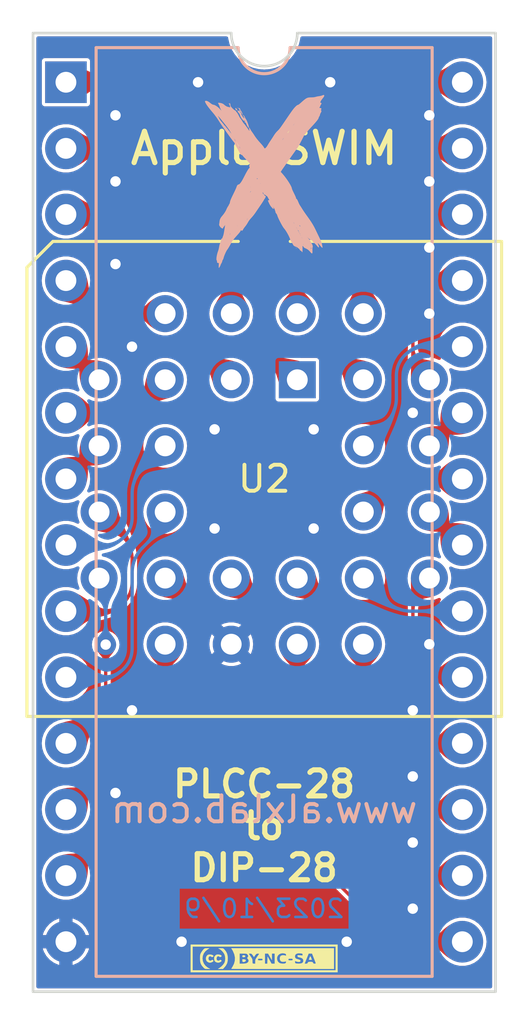
<source format=kicad_pcb>
(kicad_pcb (version 20211014) (generator pcbnew)
  (layers (0 "F.Cu" signal) (31 "B.Cu" signal) (34 "B.Paste" user) (35 "F.Paste" user) (36 "B.SilkS" user "B.Silkscreen") (37 "F.SilkS" user "F.Silkscreen") (38 "B.Mask" user) (39 "F.Mask" user) (44 "Edge.Cuts" user))
  (net 0 "")
  (net 1 "/PHASE_0")
  (net 2 "/PAHSE_2")
  (net 3 "/A0")
  (net 4 "/A1")
  (net 5 "/A2")
  (net 6 "/A3")
  (net 7 "/~{DEV}")
  (net 8 "/WRDATA")
  (net 9 "/~{WRREQ}")
  (net 10 "/D0")
  (net 11 "/D1")
  (net 12 "/D2")
  (net 13 "/D3")
  (net 14 "/GND")
  (net 15 "/D4")
  (net 16 "/D5")
  (net 17 "/D6")
  (net 18 "/D7")
  (net 19 "/~{ENBL2}")
  (net 20 "/~{ENBL1}")
  (net 21 "/SENSE")
  (net 22 "/RDDATE")
  (net 23 "/~{RESET}")
  (net 24 "/FCLK")
  (net 25 "/Q3{slash}HDSEL")
  (net 26 "/VCC")
  (net 27 "/PHASE_3")
  (net 28 "/PHASE_1")
  (footprint "alxlab:DIP-28_W15.24mm_Lead-Frame_SHP-001" (layer "F.Cu") (at 125.755 79.945)
    (fp_text reference "U1" hide)
    (fp_text value "Apple_SWIM_DIP-28")
  )
  (footprint "alxlab:logo_7_back" (layer "F.Cu") (at 133.384433 82.693868)
    (fp_text reference "G***" hide)
    (fp_text value "LOGO" hide)
  )
  (footprint "alxlab:cc_by_nc_sa_small_front_silk_screen" (layer "F.Cu") (at 133.375 113.6)
    (fp_text reference "G***" hide)
    (fp_text value "LOGO" hide)
  )
  (footprint "Package_LCC:PLCC-28_THT-Socket" (layer "F.Cu") (at 134.65 91.375)
    (fp_text reference "U2")
    (fp_text value "Apple_SWIM_PLCC-28")
  )
  (gr_line (start 124.49 114.885) (end 124.49 78.055) (layer "Edge.Cuts") (width 0.1))
  (gr_arc (start 134.65 78.055) (mid 133.38 79.325) (end 132.11 78.055) (layer "Edge.Cuts") (width 0.1))
  (gr_line (start 142.27 78.055) (end 142.27 114.885) (layer "Edge.Cuts") (width 0.1))
  (gr_line (start 134.65 78.055) (end 142.27 78.055) (layer "Edge.Cuts") (width 0.1))
  (gr_line (start 142.27 114.885) (end 124.49 114.885) (layer "Edge.Cuts") (width 0.1))
  (gr_line (start 124.49 78.055) (end 132.11 78.055) (layer "Edge.Cuts") (width 0.1))
  (gr_text "2023/10/9" (at 133.375 111.695) (layer "B.Cu") (effects (font (size 0.7 0.7) (thickness 0.1)) (justify mirror)))
  (gr_text "www.alxlab.com" (at 133.375 107.885) (layer "B.SilkS") (effects (font (size 1 1)) (justify mirror)))
  (gr_text "Apple SWIM" (at 133.375 82.485) (layer "F.SilkS") (effects (font (size 1.2 1.2) (thickness 0.2))))
  (gr_text "PLCC-28\nto\nDIP-28" (at 133.375 108.52) (layer "F.SilkS") (effects (font (size 1 1) (thickness 0.2))))
  (segment (start 134.6425 91.375) (end 134.65 91.375) (width 0.127) (layer "F.Cu") (net 1))
  (segment (start 133.38 86.22849) (end 133.38 89.556509) (width 0.127) (layer "F.Cu") (net 1))
  (segment (start 128.058448 80.343448) (end 132.981551 85.266551) (width 0.127) (layer "F.Cu") (net 1))
  (segment (start 127.096509 79.945) (end 125.755 79.945) (width 0.127) (layer "F.Cu") (net 1))
  (segment (start 134.629696 91.369696) (end 133.778448 90.518448) (width 0.127) (layer "F.Cu") (net 1))
  (arc (start 128.058448 80.343448) (mid 127.617106 80.048553) (end 127.096509 79.945) (width 0.127) (layer "F.Cu") (net 1))
  (arc (start 133.38 89.556509) (mid 133.483553 90.077106) (end 133.778448 90.518448) (width 0.127) (layer "F.Cu") (net 1))
  (arc (start 132.981551 85.266551) (mid 133.276446 85.707892) (end 133.38 86.22849) (width 0.127) (layer "F.Cu") (net 1))
  (arc (start 134.629696 91.369696) (mid 134.63557 91.373621) (end 134.6425 91.375) (width 0.127) (layer "F.Cu") (net 1))
  (segment (start 131.711551 86.546551) (end 128.048448 82.883448) (width 0.127) (layer "F.Cu") (net 2))
  (segment (start 132.11 87.50849) (end 132.11 88.835) (width 0.127) (layer "F.Cu") (net 2))
  (segment (start 127.086509 82.485) (end 125.755 82.485) (width 0.127) (layer "F.Cu") (net 2))
  (arc (start 128.048448 82.883448) (mid 127.607106 82.588553) (end 127.086509 82.485) (width 0.127) (layer "F.Cu") (net 2))
  (arc (start 131.711551 86.546551) (mid 132.006446 86.987892) (end 132.11 87.50849) (width 0.127) (layer "F.Cu") (net 2))
  (segment (start 131.238448 90.503448) (end 132.11 91.375) (width 0.127) (layer "F.Cu") (net 3))
  (segment (start 128.048448 85.423448) (end 130.441551 87.816551) (width 0.127) (layer "F.Cu") (net 3))
  (segment (start 130.84 89.541509) (end 130.84 88.77849) (width 0.127) (layer "F.Cu") (net 3))
  (segment (start 127.086509 85.025) (end 125.755 85.025) (width 0.127) (layer "F.Cu") (net 3))
  (arc (start 130.84 89.541509) (mid 130.943553 90.062106) (end 131.238448 90.503448) (width 0.127) (layer "F.Cu") (net 3))
  (arc (start 130.441551 87.816551) (mid 130.736446 88.257892) (end 130.84 88.77849) (width 0.127) (layer "F.Cu") (net 3))
  (arc (start 128.048448 85.423448) (mid 127.607106 85.128553) (end 127.086509 85.025) (width 0.127) (layer "F.Cu") (net 3))
  (segment (start 127.58849 88.835) (end 129.57 88.835) (width 0.127) (layer "F.Cu") (net 4))
  (segment (start 126.626551 88.436551) (end 125.755 87.565) (width 0.127) (layer "F.Cu") (net 4))
  (arc (start 126.626551 88.436551) (mid 127.067892 88.731446) (end 127.58849 88.835) (width 0.127) (layer "F.Cu") (net 4))
  (segment (start 127.023232 91.373232) (end 125.755 90.105) (width 0.127) (layer "F.Cu") (net 5))
  (segment (start 127.0275 91.375) (end 127.03 91.375) (width 0.127) (layer "F.Cu") (net 5))
  (arc (start 127.023232 91.373232) (mid 127.02519 91.37454) (end 127.0275 91.375) (width 0.127) (layer "F.Cu") (net 5))
  (segment (start 128.698448 92.246551) (end 129.57 91.375) (width 0.127) (layer "F.Cu") (net 6))
  (segment (start 127.736509 92.645) (end 125.755 92.645) (width 0.127) (layer "F.Cu") (net 6))
  (arc (start 128.698448 92.246551) (mid 128.257106 92.541446) (end 127.736509 92.645) (width 0.127) (layer "F.Cu") (net 6))
  (segment (start 127.0275 93.915) (end 127.03 93.915) (width 0.127) (layer "F.Cu") (net 7))
  (segment (start 127.023232 93.916767) (end 125.755 95.185) (width 0.127) (layer "F.Cu") (net 7))
  (arc (start 127.0275 93.915) (mid 127.02519 93.915459) (end 127.023232 93.916767) (width 0.127) (layer "F.Cu") (net 7))
  (segment (start 128.3 96.666593) (end 128.3 95.74849) (width 0.127) (layer "B.Cu") (net 8))
  (segment (start 127.241593 97.725) (end 125.755 97.725) (width 0.127) (layer "B.Cu") (net 8))
  (segment (start 128.698448 94.786551) (end 129.57 93.915) (width 0.127) (layer "B.Cu") (net 8))
  (arc (start 128.698448 94.786551) (mid 128.403553 95.227892) (end 128.3 95.74849) (width 0.127) (layer "B.Cu") (net 8))
  (arc (start 127.99 97.415) (mid 127.646628 97.644433) (end 127.241593 97.725) (width 0.127) (layer "B.Cu") (net 8))
  (arc (start 128.3 96.666593) (mid 128.219433 97.071628) (end 127.99 97.415) (width 0.127) (layer "B.Cu") (net 8))
  (segment (start 127.19038 100.265) (end 125.755 100.265) (width 0.127) (layer "F.Cu") (net 9))
  (segment (start 128.3 98.28849) (end 128.3 99.15538) (width 0.127) (layer "F.Cu") (net 9))
  (segment (start 127.901551 97.326551) (end 127.03 96.455) (width 0.127) (layer "F.Cu") (net 9))
  (arc (start 128.3 99.15538) (mid 128.215535 99.580013) (end 127.975 99.94) (width 0.127) (layer "F.Cu") (net 9))
  (arc (start 127.901551 97.326551) (mid 128.196446 97.767892) (end 128.3 98.28849) (width 0.127) (layer "F.Cu") (net 9))
  (arc (start 127.975 99.94) (mid 127.615013 100.180535) (end 127.19038 100.265) (width 0.127) (layer "F.Cu") (net 9))
  (segment (start 128.3 101.69538) (end 128.3 98.79149) (width 0.127) (layer "B.Cu") (net 10))
  (segment (start 127.19038 102.805) (end 125.755 102.805) (width 0.127) (layer "B.Cu") (net 10))
  (segment (start 129.392162 97.135837) (end 128.698448 97.829551) (width 0.127) (layer "B.Cu") (net 10))
  (segment (start 129.57 96.7065) (end 129.57 96.455) (width 0.127) (layer "B.Cu") (net 10))
  (arc (start 129.57 96.7065) (mid 129.523781 96.938855) (end 129.392162 97.135837) (width 0.127) (layer "B.Cu") (net 10))
  (arc (start 128.698448 97.829551) (mid 128.403553 98.270892) (end 128.3 98.79149) (width 0.127) (layer "B.Cu") (net 10))
  (arc (start 128.3 101.69538) (mid 128.215535 102.120013) (end 127.975 102.48) (width 0.127) (layer "B.Cu") (net 10))
  (arc (start 127.975 102.48) (mid 127.615013 102.720535) (end 127.19038 102.805) (width 0.127) (layer "B.Cu") (net 10))
  (segment (start 127.284 103.252509) (end 127.284 101.55) (width 0.127) (layer "F.Cu") (net 11))
  (segment (start 126.885551 104.214448) (end 125.755 105.345) (width 0.127) (layer "F.Cu") (net 11))
  (via (at 127.284 101.55) (size 0.8) (drill 0.4) (layers "F.Cu" "B.Cu") (net 11))
  (arc (start 127.284 103.252509) (mid 127.180446 103.773106) (end 126.885551 104.214448) (width 0.127) (layer "F.Cu") (net 11))
  (segment (start 127.157 99.122) (end 127.03 98.995) (width 0.127) (layer "B.Cu") (net 11))
  (segment (start 127.284 101.55) (end 127.284 99.428605) (width 0.127) (layer "B.Cu") (net 11))
  (arc (start 127.157 99.122) (mid 127.250993 99.262671) (end 127.284 99.428605) (width 0.127) (layer "B.Cu") (net 11))
  (segment (start 129.171551 104.468448) (end 125.755 107.885) (width 0.127) (layer "F.Cu") (net 12))
  (segment (start 129.57 103.506509) (end 129.57 101.535) (width 0.127) (layer "F.Cu") (net 12))
  (arc (start 129.57 103.506509) (mid 129.466446 104.027106) (end 129.171551 104.468448) (width 0.127) (layer "F.Cu") (net 12))
  (segment (start 130.441551 105.738448) (end 125.755 110.425) (width 0.127) (layer "F.Cu") (net 13))
  (segment (start 130.84 104.776509) (end 130.84 100.82849) (width 0.127) (layer "F.Cu") (net 13))
  (segment (start 130.441551 99.866551) (end 129.57 98.995) (width 0.127) (layer "F.Cu") (net 13))
  (arc (start 130.441551 99.866551) (mid 130.736446 100.307892) (end 130.84 100.82849) (width 0.127) (layer "F.Cu") (net 13))
  (arc (start 130.84 104.776509) (mid 130.736446 105.297106) (end 130.441551 105.738448) (width 0.127) (layer "F.Cu") (net 13))
  (via (at 135.28 97.09) (size 0.8) (drill 0.4) (layers "F.Cu" "B.Cu") (net 14))
  (via (at 130.835 79.945) (size 0.8) (drill 0.4) (layers "F.Cu" "B.Cu") (net 14))
  (via (at 139.09 109.155) (size 0.8) (drill 0.4) (layers "F.Cu" "B.Cu") (net 14))
  (via (at 128.295 90.105) (size 0.8) (drill 0.4) (layers "F.Cu" "B.Cu") (net 14))
  (via (at 127.66 107.25) (size 0.8) (drill 0.4) (layers "F.Cu" "B.Cu") (net 14))
  (via (at 130.2 112.965) (size 0.8) (drill 0.4) (layers "F.Cu" "B.Cu") (net 14))
  (via (at 127.66 83.755) (size 0.8) (drill 0.4) (layers "F.Cu" "B.Cu") (net 14))
  (via (at 139.725 88.835) (size 0.8) (drill 0.4) (layers "F.Cu" "B.Cu") (net 14))
  (via (at 131.47 93.28) (size 0.8) (drill 0.4) (layers "F.Cu" "B.Cu") (net 14))
  (via (at 135.915 79.945) (size 0.8) (drill 0.4) (layers "F.Cu" "B.Cu") (net 14))
  (via (at 128.295 104.075) (size 0.8) (drill 0.4) (layers "F.Cu" "B.Cu") (net 14))
  (via (at 131.47 97.09) (size 0.8) (drill 0.4) (layers "F.Cu" "B.Cu") (net 14))
  (via (at 135.28 93.28) (size 0.8) (drill 0.4) (layers "F.Cu" "B.Cu") (net 14))
  (via (at 139.725 86.295) (size 0.8) (drill 0.4) (layers "F.Cu" "B.Cu") (net 14))
  (via (at 139.09 106.615) (size 0.8) (drill 0.4) (layers "F.Cu" "B.Cu") (net 14))
  (via (at 139.725 81.215) (size 0.8) (drill 0.4) (layers "F.Cu" "B.Cu") (net 14))
  (via (at 139.725 101.535) (size 0.8) (drill 0.4) (layers "F.Cu" "B.Cu") (net 14))
  (via (at 136.55 112.965) (size 0.8) (drill 0.4) (layers "F.Cu" "B.Cu") (net 14))
  (via (at 127.66 81.215) (size 0.8) (drill 0.4) (layers "F.Cu" "B.Cu") (net 14))
  (via (at 139.725 83.755) (size 0.8) (drill 0.4) (layers "F.Cu" "B.Cu") (net 14))
  (via (at 139.09 92.645) (size 0.8) (drill 0.4) (layers "F.Cu" "B.Cu") (net 14))
  (via (at 139.09 104.075) (size 0.8) (drill 0.4) (layers "F.Cu" "B.Cu") (net 14))
  (via (at 139.09 111.695) (size 0.8) (drill 0.4) (layers "F.Cu" "B.Cu") (net 14))
  (via (at 127.66 86.93) (size 0.8) (drill 0.4) (layers "F.Cu" "B.Cu") (net 14))
  (segment (start 132.981551 99.866551) (end 132.11 98.995) (width 0.127) (layer "F.Cu") (net 15))
  (segment (start 133.38 107.336509) (end 133.38 100.82849) (width 0.127) (layer "F.Cu") (net 15))
  (segment (start 133.778448 108.298448) (end 138.046551 112.566551) (width 0.127) (layer "F.Cu") (net 15))
  (segment (start 139.00849 112.965) (end 140.995 112.965) (width 0.127) (layer "F.Cu") (net 15))
  (arc (start 133.38 107.336509) (mid 133.483553 107.857106) (end 133.778448 108.298448) (width 0.127) (layer "F.Cu") (net 15))
  (arc (start 132.981551 99.866551) (mid 133.276446 100.307892) (end 133.38 100.82849) (width 0.127) (layer "F.Cu") (net 15))
  (arc (start 138.046551 112.566551) (mid 138.487892 112.861446) (end 139.00849 112.965) (width 0.127) (layer "F.Cu") (net 15))
  (segment (start 139.00849 110.425) (end 140.995 110.425) (width 0.127) (layer "F.Cu") (net 16))
  (segment (start 134.65 106.066509) (end 134.65 101.535) (width 0.127) (layer "F.Cu") (net 16))
  (segment (start 138.046551 110.026551) (end 135.048448 107.028448) (width 0.127) (layer "F.Cu") (net 16))
  (arc (start 138.046551 110.026551) (mid 138.487892 110.321446) (end 139.00849 110.425) (width 0.127) (layer "F.Cu") (net 16))
  (arc (start 134.65 106.066509) (mid 134.753553 106.587106) (end 135.048448 107.028448) (width 0.127) (layer "F.Cu") (net 16))
  (segment (start 135.92 100.82849) (end 135.92 104.796509) (width 0.127) (layer "F.Cu") (net 17))
  (segment (start 139.00849 107.885) (end 140.995 107.885) (width 0.127) (layer "F.Cu") (net 17))
  (segment (start 135.521551 99.866551) (end 134.65 98.995) (width 0.127) (layer "F.Cu") (net 17))
  (segment (start 138.046551 107.486551) (end 136.318448 105.758448) (width 0.127) (layer "F.Cu") (net 17))
  (arc (start 138.046551 107.486551) (mid 138.487892 107.781446) (end 139.00849 107.885) (width 0.127) (layer "F.Cu") (net 17))
  (arc (start 135.92 104.796509) (mid 136.023553 105.317106) (end 136.318448 105.758448) (width 0.127) (layer "F.Cu") (net 17))
  (arc (start 135.521551 99.866551) (mid 135.816446 100.307892) (end 135.92 100.82849) (width 0.127) (layer "F.Cu") (net 17))
  (segment (start 137.588448 104.488448) (end 138.046551 104.946551) (width 0.127) (layer "F.Cu") (net 18))
  (segment (start 137.19 103.526509) (end 137.19 101.535) (width 0.127) (layer "F.Cu") (net 18))
  (segment (start 139.00849 105.345) (end 140.995 105.345) (width 0.127) (layer "F.Cu") (net 18))
  (arc (start 137.19 103.526509) (mid 137.293553 104.047106) (end 137.588448 104.488448) (width 0.127) (layer "F.Cu") (net 18))
  (arc (start 138.046551 104.946551) (mid 138.487892 105.241446) (end 139.00849 105.345) (width 0.127) (layer "F.Cu") (net 18))
  (segment (start 139.4125 99.3125) (end 139.73 98.995) (width 0.127) (layer "F.Cu") (net 19))
  (segment (start 139.953674 102.805) (end 140.995 102.805) (width 0.127) (layer "F.Cu") (net 19))
  (segment (start 139.095 100.079012) (end 139.095 101.946325) (width 0.127) (layer "F.Cu") (net 19))
  (arc (start 139.095 101.946325) (mid 139.160362 102.274925) (end 139.3465 102.5535) (width 0.127) (layer "F.Cu") (net 19))
  (arc (start 139.3465 102.5535) (mid 139.625073 102.739637) (end 139.953674 102.805) (width 0.127) (layer "F.Cu") (net 19))
  (arc (start 139.4125 99.3125) (mid 139.177515 99.664178) (end 139.095 100.079012) (width 0.127) (layer "F.Cu") (net 19))
  (segment (start 139.02349 100.265) (end 140.995 100.265) (width 0.127) (layer "B.Cu") (net 20))
  (segment (start 138.061551 99.866551) (end 137.19 98.995) (width 0.127) (layer "B.Cu") (net 20))
  (arc (start 138.061551 99.866551) (mid 138.502892 100.161446) (end 139.02349 100.265) (width 0.127) (layer "B.Cu") (net 20))
  (segment (start 139.731767 96.461767) (end 140.995 97.725) (width 0.127) (layer "F.Cu") (net 21))
  (segment (start 139.73 96.4575) (end 139.73 96.455) (width 0.127) (layer "F.Cu") (net 21))
  (arc (start 139.73 96.4575) (mid 139.730459 96.459809) (end 139.731767 96.461767) (width 0.127) (layer "F.Cu") (net 21))
  (segment (start 139.02349 95.185) (end 140.995 95.185) (width 0.127) (layer "F.Cu") (net 22))
  (segment (start 138.061551 95.583448) (end 137.19 96.455) (width 0.127) (layer "F.Cu") (net 22))
  (arc (start 139.02349 95.185) (mid 138.502892 95.288553) (end 138.061551 95.583448) (width 0.127) (layer "F.Cu") (net 22))
  (segment (start 139.731767 93.908232) (end 140.995 92.645) (width 0.127) (layer "F.Cu") (net 23))
  (segment (start 139.73 93.9125) (end 139.73 93.915) (width 0.127) (layer "F.Cu") (net 23))
  (arc (start 139.731767 93.908232) (mid 139.730459 93.91019) (end 139.73 93.9125) (width 0.127) (layer "F.Cu") (net 23))
  (segment (start 138.061551 93.043448) (end 137.19 93.915) (width 0.127) (layer "B.Cu") (net 24))
  (segment (start 139.569619 90.105) (end 140.995 90.105) (width 0.127) (layer "B.Cu") (net 24))
  (segment (start 138.46 92.081509) (end 138.46 91.214619) (width 0.127) (layer "B.Cu") (net 24))
  (arc (start 138.785 90.43) (mid 138.544464 90.789986) (end 138.46 91.214619) (width 0.127) (layer "B.Cu") (net 24))
  (arc (start 139.569619 90.105) (mid 139.144986 90.189464) (end 138.785 90.43) (width 0.127) (layer "B.Cu") (net 24))
  (arc (start 138.46 92.081509) (mid 138.356446 92.602106) (end 138.061551 93.043448) (width 0.127) (layer "B.Cu") (net 24))
  (segment (start 139.405 91.065) (end 139.709696 91.369696) (width 0.127) (layer "F.Cu") (net 25))
  (segment (start 139.095 88.674619) (end 139.095 90.316593) (width 0.127) (layer "F.Cu") (net 25))
  (segment (start 140.204619 87.565) (end 140.995 87.565) (width 0.127) (layer "F.Cu") (net 25))
  (segment (start 139.7225 91.375) (end 139.73 91.375) (width 0.127) (layer "F.Cu") (net 25))
  (arc (start 139.709696 91.369696) (mid 139.71557 91.373621) (end 139.7225 91.375) (width 0.127) (layer "F.Cu") (net 25))
  (arc (start 139.095 90.316593) (mid 139.175566 90.721628) (end 139.405 91.065) (width 0.127) (layer "F.Cu") (net 25))
  (arc (start 140.204619 87.565) (mid 139.779986 87.649464) (end 139.42 87.89) (width 0.127) (layer "F.Cu") (net 25))
  (arc (start 139.42 87.89) (mid 139.179464 88.249986) (end 139.095 88.674619) (width 0.127) (layer "F.Cu") (net 25))
  (segment (start 138.711551 85.423448) (end 137.588448 86.546551) (width 0.127) (layer "F.Cu") (net 26))
  (segment (start 139.67349 85.025) (end 140.995 85.025) (width 0.127) (layer "F.Cu") (net 26))
  (segment (start 137.19 87.50849) (end 137.19 88.835) (width 0.127) (layer "F.Cu") (net 26))
  (arc (start 139.67349 85.025) (mid 139.152892 85.128553) (end 138.711551 85.423448) (width 0.127) (layer "F.Cu") (net 26))
  (arc (start 137.588448 86.546551) (mid 137.293553 86.987892) (end 137.19 87.50849) (width 0.127) (layer "F.Cu") (net 26))
  (segment (start 138.711551 82.883448) (end 136.318448 85.276551) (width 0.127) (layer "F.Cu") (net 27))
  (segment (start 139.67349 82.485) (end 140.995 82.485) (width 0.127) (layer "F.Cu") (net 27))
  (segment (start 136.318448 90.503448) (end 137.19 91.375) (width 0.127) (layer "F.Cu") (net 27))
  (segment (start 135.92 89.541509) (end 135.92 86.23849) (width 0.127) (layer "F.Cu") (net 27))
  (arc (start 136.318448 85.276551) (mid 136.023553 85.717892) (end 135.92 86.23849) (width 0.127) (layer "F.Cu") (net 27))
  (arc (start 135.92 89.541509) (mid 136.023553 90.062106) (end 136.318448 90.503448) (width 0.127) (layer "F.Cu") (net 27))
  (arc (start 139.67349 82.485) (mid 139.152892 82.588553) (end 138.711551 82.883448) (width 0.127) (layer "F.Cu") (net 27))
  (segment (start 134.65 84.96849) (end 134.65 88.835) (width 0.127) (layer "F.Cu") (net 28))
  (segment (start 138.711551 80.343448) (end 135.048448 84.006551) (width 0.127) (layer "F.Cu") (net 28))
  (segment (start 139.67349 79.945) (end 140.995 79.945) (width 0.127) (layer "F.Cu") (net 28))
  (arc (start 135.048448 84.006551) (mid 134.753553 84.447892) (end 134.65 84.96849) (width 0.127) (layer "F.Cu") (net 28))
  (arc (start 139.67349 79.945) (mid 139.152892 80.048553) (end 138.711551 80.343448) (width 0.127) (layer "F.Cu") (net 28))
  (zone (net 22) (net_name "/RDDATE") (layer "F.Cu") (priority 16962) (connect_pads yes (clearance 0)) (min_thickness 0.0254) (fill yes (thermal_gap 0.508) (thermal_bridge_width 0.508))
    (polygon (pts (xy 139.405 95.2485) (xy 139.595159 95.259516) (xy 139.749628 95.290587) (xy 139.87629 95.338745) (xy 139.983024 95.401022) (xy 140.077712 95.474451) (xy 140.168234 95.556064) (xy 140.262472 95.642892) (xy 140.368306 95.73197) (xy 140.493618 95.820328) (xy 140.646289 95.905) (xy 141.395 95.185) (xy 140.646289 94.465) (xy 140.493618 94.549671) (xy 140.368306 94.638029) (xy 140.262472 94.727107) (xy 140.168234 94.813935) (xy 140.077712 94.895548) (xy 139.983024 94.968977) (xy 139.87629 95.031254) (xy 139.749628 95.079412) (xy 139.595159 95.110483) (xy 139.405 95.1215)))
  )
  (zone (net 28) (net_name "/PHASE_1") (layer "F.Cu") (priority 16962) (connect_pads yes (clearance 0)) (min_thickness 0.0254) (fill yes (thermal_gap 0.508) (thermal_bridge_width 0.508))
    (polygon (pts (xy 134.5865 87.4138) (xy 134.576913 87.583476) (xy 134.549852 87.721582) (xy 134.507863 87.835076) (xy 134.453493 87.930918) (xy 134.38929 88.016067) (xy 134.3178 88.097482) (xy 134.241571 88.182124) (xy 134.16315 88.27695) (xy 134.085084 88.388921) (xy 134.00992 88.524996) (xy 134.65 89.1906) (xy 135.29008 88.524996) (xy 135.214915 88.388921) (xy 135.136849 88.27695) (xy 135.058428 88.182124) (xy 134.982199 88.097482) (xy 134.910709 88.016067) (xy 134.846506 87.930918) (xy 134.792136 87.835076) (xy 134.750147 87.721582) (xy 134.723086 87.583476) (xy 134.7135 87.4138)))
  )
  (zone (net 2) (net_name "/PAHSE_2") (layer "F.Cu") (priority 16962) (connect_pads yes (clearance 0)) (min_thickness 0.0254) (fill yes (thermal_gap 0.508) (thermal_bridge_width 0.508))
    (polygon (pts (xy 131.873272 86.860952) (xy 131.97482 87.069274) (xy 132.027359 87.253002) (xy 132.037443 87.417867) (xy 132.011627 87.569597) (xy 131.956467 87.713922) (xy 131.878517 87.856571) (xy 131.784332 88.003273) (xy 131.680467 88.159759) (xy 131.573478 88.331756) (xy 131.46992 88.524996) (xy 132.11 89.1906) (xy 132.726203 88.479896) (xy 132.61848 88.281958) (xy 132.536072 88.10907) (xy 132.472269 87.954315) (xy 132.420368 87.810773) (xy 132.37366 87.671525) (xy 132.32544 87.529652) (xy 132.269001 87.378236) (xy 132.197637 87.210358) (xy 132.104641 87.0191) (xy 131.983308 86.797542)))
  )
  (zone (net 3) (net_name "/A0") (layer "F.Cu") (priority 16962) (connect_pads yes (clearance 0)) (min_thickness 0.0254) (fill yes (thermal_gap 0.508) (thermal_bridge_width 0.508))
    (polygon (pts (xy 130.825317 89.911144) (xy 130.891896 90.142702) (xy 130.955446 90.335365) (xy 131.016537 90.49816) (xy 131.07574 90.640113) (xy 131.133622 90.77025) (xy 131.190755 90.897598) (xy 131.247708 91.031183) (xy 131.30505 91.180032) (xy 131.363352 91.353171) (xy 131.423183 91.559627) (xy 132.361447 91.626447) (xy 132.343398 90.703189) (xy 132.144383 90.643682) (xy 131.956747 90.601604) (xy 131.781176 90.568501) (xy 131.618362 90.535922) (xy 131.468994 90.495417) (xy 131.33376 90.438532) (xy 131.213351 90.356818) (xy 131.108454 90.241821) (xy 131.019761 90.085091) (xy 130.947961 89.878176)))
  )
  (zone (net 4) (net_name "/A1") (layer "F.Cu") (priority 16962) (connect_pads yes (clearance 0)) (min_thickness 0.0254) (fill yes (thermal_gap 0.508) (thermal_bridge_width 0.508))
    (polygon (pts (xy 128.1488 88.8985) (xy 128.318476 88.908086) (xy 128.456582 88.935147) (xy 128.570076 88.977136) (xy 128.665918 89.031506) (xy 128.751067 89.095709) (xy 128.832482 89.167199) (xy 128.917124 89.243428) (xy 129.01195 89.321849) (xy 129.123921 89.399915) (xy 129.259996 89.47508) (xy 129.9256 88.835) (xy 129.259996 88.19492) (xy 129.123921 88.270084) (xy 129.01195 88.34815) (xy 128.917124 88.426571) (xy 128.832482 88.5028) (xy 128.751067 88.57429) (xy 128.665918 88.638493) (xy 128.570076 88.692863) (xy 128.456582 88.734852) (xy 128.318476 88.761913) (xy 128.1488 88.7715)))
  )
  (zone (net 19) (net_name "/~{ENBL2}") (layer "F.Cu") (priority 16962) (connect_pads yes (clearance 0)) (min_thickness 0.0254) (fill yes (thermal_gap 0.508) (thermal_bridge_width 0.508))
    (polygon (pts (xy 139.1585 100.218832) (xy 139.171889 100.078852) (xy 139.210052 99.97379) (xy 139.269975 99.897328) (xy 139.348647 99.843149) (xy 139.443056 99.804936) (xy 139.550192 99.776372) (xy 139.667041 99.75114) (xy 139.790594 99.722921) (xy 139.917838 99.6854) (xy 140.045762 99.632259) (xy 139.947947 98.71402) (xy 139.0188 98.995) (xy 139.019155 99.14512) (xy 139.02012 99.272717) (xy 139.021543 99.383926) (xy 139.02327 99.484881) (xy 139.02515 99.581718) (xy 139.027029 99.68057) (xy 139.028756 99.787573) (xy 139.030179 99.908861) (xy 139.031144 100.050569) (xy 139.0315 100.218832)))
  )
  (zone (net 28) (net_name "/PHASE_1") (layer "F.Cu") (priority 16962) (connect_pads yes (clearance 0)) (min_thickness 0.0254) (fill yes (thermal_gap 0.508) (thermal_bridge_width 0.508))
    (polygon (pts (xy 138.954036 80.226361) (xy 139.159208 80.111641) (xy 139.341977 80.053172) (xy 139.507749 80.043075) (xy 139.661928 80.073472) (xy 139.809921 80.136483) (xy 139.957133 80.22423) (xy 140.108971 80.328834) (xy 140.270838 80.442416) (xy 140.448143 80.557098) (xy 140.646289 80.665) (xy 141.395 79.945) (xy 140.551196 79.27939) (xy 140.357175 79.401178) (xy 140.186391 79.494485) (xy 140.032402 79.566853) (xy 139.888766 79.625823) (xy 139.749039 79.678939) (xy 139.606781 79.733744) (xy 139.455548 79.797779) (xy 139.288899 79.878588) (xy 139.100391 79.983713) (xy 138.883582 80.120697)))
  )
  (zone (net 25) (net_name "/Q3{slash}HDSEL") (layer "F.Cu") (priority 16962) (connect_pads yes (clearance 0)) (min_thickness 0.0254) (fill yes (thermal_gap 0.508) (thermal_bridge_width 0.508))
    (polygon (pts (xy 139.0315 90.156666) (xy 139.031144 90.324172) (xy 139.030179 90.465244) (xy 139.028756 90.585987) (xy 139.027029 90.692509) (xy 139.02515 90.790917) (xy 139.02327 90.887319) (xy 139.021543 90.987821) (xy 139.02012 91.09853) (xy 139.019155 91.225554) (xy 139.0188 91.375) (xy 139.9512 91.653427) (xy 140.038331 90.734113) (xy 139.911122 90.682804) (xy 139.784737 90.646591) (xy 139.662136 90.619279) (xy 139.546278 90.594667) (xy 139.440123 90.56656) (xy 139.346632 90.528759) (xy 139.268764 90.475067) (xy 139.209479 90.399285) (xy 139.171738 90.295218) (xy 139.1585 90.156666)))
  )
  (zone (net 12) (net_name "/D2") (layer "F.Cu") (priority 16962) (connect_pads yes (clearance 0)) (min_thickness 0.0254) (fill yes (thermal_gap 0.508) (thermal_bridge_width 0.508))
    (polygon (pts (xy 126.834398 106.7158) (xy 126.692145 106.842472) (xy 126.560948 106.929728) (xy 126.437332 106.985239) (xy 126.317823 107.016674) (xy 126.198947 107.031707) (xy 126.077229 107.038007) (xy 125.949196 107.043246) (xy 125.811373 107.055094) (xy 125.660285 107.081224) (xy 125.49246 107.129307) (xy 125.472158 108.167842) (xy 126.510693 108.14754) (xy 126.558775 107.979714) (xy 126.584905 107.828626) (xy 126.596753 107.690803) (xy 126.601992 107.56277) (xy 126.608292 107.441052) (xy 126.623325 107.322176) (xy 126.654761 107.202667) (xy 126.710271 107.079051) (xy 126.797527 106.947854) (xy 126.9242 106.805602)))
  )
  (zone (net 1) (net_name "/PHASE_0") (layer "F.Cu") (priority 16962) (connect_pads yes (clearance 0)) (min_thickness 0.0254) (fill yes (thermal_gap 0.508) (thermal_bridge_width 0.508))
    (polygon (pts (xy 127.886415 80.120693) (xy 127.667417 79.982624) (xy 127.476798 79.877105) (xy 127.308102 79.796425) (xy 127.154872 79.732872) (xy 127.010655 79.678735) (xy 126.868994 79.626302) (xy 126.723433 79.567863) (xy 126.567518 79.495705) (xy 126.394793 79.402117) (xy 126.198803 79.279389) (xy 125.355 79.945) (xy 126.103711 80.665) (xy 126.304087 80.556038) (xy 126.48345 80.440455) (xy 126.647251 80.326159) (xy 126.800941 80.221056) (xy 126.949969 80.133056) (xy 127.099787 80.070065) (xy 127.255844 80.039992) (xy 127.423593 80.050744) (xy 127.608482 80.11023) (xy 127.815963 80.226357)))
  )
  (zone (net 2) (net_name "/PAHSE_2") (layer "F.Cu") (priority 16962) (connect_pads yes (clearance 0)) (min_thickness 0.0254) (fill yes (thermal_gap 0.508) (thermal_bridge_width 0.508))
    (polygon (pts (xy 127.876415 82.660693) (xy 127.658512 82.523167) (xy 127.468949 82.417845) (xy 127.301276 82.337101) (xy 127.149045 82.273307) (xy 127.005806 82.218836) (xy 126.865112 82.166061) (xy 126.720514 82.107356) (xy 126.565562 82.035094) (xy 126.393808 81.941647) (xy 126.198803 81.819389) (xy 125.355 82.485) (xy 126.103711 83.205) (xy 126.302971 83.096568) (xy 126.481305 82.981436) (xy 126.644139 82.867496) (xy 126.796903 82.762643) (xy 126.945023 82.674769) (xy 127.093928 82.611768) (xy 127.249047 82.581532) (xy 127.415807 82.591957) (xy 127.599636 82.650934) (xy 127.805963 82.766357)))
  )
  (zone (net 13) (net_name "/D3") (layer "F.Cu") (priority 16962) (connect_pads yes (clearance 0)) (min_thickness 0.0254) (fill yes (thermal_gap 0.508) (thermal_bridge_width 0.508))
    (polygon (pts (xy 130.854684 100.458851) (xy 130.788104 100.227292) (xy 130.724553 100.034629) (xy 130.663462 99.871835) (xy 130.60426 99.729882) (xy 130.546377 99.599745) (xy 130.489244 99.472398) (xy 130.432291 99.338813) (xy 130.374949 99.189964) (xy 130.316647 99.016826) (xy 130.256816 98.810371) (xy 129.318553 98.743553) (xy 129.336602 99.666811) (xy 129.535615 99.726317) (xy 129.723252 99.768395) (xy 129.898822 99.801497) (xy 130.061636 99.834075) (xy 130.211005 99.87458) (xy 130.346239 99.931464) (xy 130.466649 100.013178) (xy 130.571545 100.128174) (xy 130.660238 100.284904) (xy 130.73204 100.491819)))
  )
  (zone (net 25) (net_name "/Q3{slash}HDSEL") (layer "F.Cu") (priority 16962) (connect_pads yes (clearance 0)) (min_thickness 0.0254) (fill yes (thermal_gap 0.508) (thermal_bridge_width 0.508))
    (polygon (pts (xy 139.500008 87.901374) (xy 139.628236 87.806451) (xy 139.745393 87.762107) (xy 139.85455 87.760506) (xy 139.958778 87.793814) (xy 140.061147 87.854197) (xy 140.164728 87.933818) (xy 140.272591 88.024846) (xy 140.387806 88.119443) (xy 140.513445 88.209777) (xy 140.652579 88.288012) (xy 141.394984 87.561513) (xy 140.456168 86.97368) (xy 140.3335 87.082227) (xy 140.226379 87.171069) (xy 140.130514 87.245498) (xy 140.041619 87.310806) (xy 139.955405 87.372287) (xy 139.867585 87.435231) (xy 139.773869 87.504933) (xy 139.66997 87.586683) (xy 139.551599 87.685775) (xy 139.41447 87.807502)))
  )
  (zone (net 16) (net_name "/D5") (layer "F.Cu") (priority 16962) (connect_pads yes (clearance 0)) (min_thickness 0.0254) (fill yes (thermal_gap 0.508) (thermal_bridge_width 0.508))
    (polygon (pts (xy 139.405 110.4885) (xy 139.595159 110.499516) (xy 139.749628 110.530587) (xy 139.87629 110.578745) (xy 139.983024 110.641022) (xy 140.077712 110.714451) (xy 140.168234 110.796064) (xy 140.262472 110.882892) (xy 140.368306 110.97197) (xy 140.493618 111.060328) (xy 140.646289 111.145) (xy 141.395 110.425) (xy 140.646289 109.705) (xy 140.493618 109.789671) (xy 140.368306 109.878029) (xy 140.262472 109.967107) (xy 140.168234 110.053935) (xy 140.077712 110.135548) (xy 139.983024 110.208977) (xy 139.87629 110.271254) (xy 139.749628 110.319412) (xy 139.595159 110.350483) (xy 139.405 110.3615)))
  )
  (zone (net 7) (net_name "/~{DEV}") (layer "F.Cu") (priority 16962) (connect_pads yes (clearance 0)) (min_thickness 0.0254) (fill yes (thermal_gap 0.508) (thermal_bridge_width 0.508))
    (polygon (pts (xy 126.063194 94.966608) (xy 126.190283 94.853034) (xy 126.307346 94.774148) (xy 126.417526 94.723251) (xy 126.523965 94.693644) (xy 126.629808 94.678629) (xy 126.738197 94.671505) (xy 126.852275 94.665574) (xy 126.975186 94.654139) (xy 127.110072 94.630498) (xy 127.260078 94.587955) (xy 127.282685 93.664798) (xy 126.35935 93.678288) (xy 126.315235 93.828248) (xy 126.290318 93.963134) (xy 126.277859 94.086091) (xy 126.271119 94.200261) (xy 126.263359 94.308789) (xy 126.247841 94.414817) (xy 126.217824 94.521489) (xy 126.166569 94.631949) (xy 126.087338 94.74934) (xy 125.973392 94.876806)))
  )
  (zone (net 18) (net_name "/D7") (layer "F.Cu") (priority 16962) (connect_pads yes (clearance 0)) (min_thickness 0.0254) (fill yes (thermal_gap 0.508) (thermal_bridge_width 0.508))
    (polygon (pts (xy 139.405 105.4085) (xy 139.595159 105.419516) (xy 139.749628 105.450587) (xy 139.87629 105.498745) (xy 139.983024 105.561022) (xy 140.077712 105.634451) (xy 140.168234 105.716064) (xy 140.262472 105.802892) (xy 140.368306 105.89197) (xy 140.493618 105.980328) (xy 140.646289 106.065) (xy 141.395 105.345) (xy 140.646289 104.625) (xy 140.493618 104.709671) (xy 140.368306 104.798029) (xy 140.262472 104.887107) (xy 140.168234 104.973935) (xy 140.077712 105.055548) (xy 139.983024 105.128977) (xy 139.87629 105.191254) (xy 139.749628 105.239412) (xy 139.595159 105.270483) (xy 139.405 105.2815)))
  )
  (zone (net 22) (net_name "/RDDATE") (layer "F.Cu") (priority 16962) (connect_pads yes (clearance 0)) (min_thickness 0.0254) (fill yes (thermal_gap 0.508) (thermal_bridge_width 0.508))
    (polygon (pts (xy 138.653854 95.170318) (xy 138.422295 95.236897) (xy 138.229632 95.300447) (xy 138.066837 95.361538) (xy 137.924885 95.42074) (xy 137.794748 95.478622) (xy 137.6674 95.535755) (xy 137.533815 95.592707) (xy 137.384966 95.65005) (xy 137.211827 95.708351) (xy 137.005372 95.768183) (xy 136.938554 96.706447) (xy 137.861811 96.688397) (xy 137.921316 96.489383) (xy 137.963395 96.301746) (xy 137.996497 96.126176) (xy 138.029076 95.963363) (xy 138.069581 95.813994) (xy 138.126466 95.678761) (xy 138.20818 95.558351) (xy 138.323177 95.453455) (xy 138.479907 95.364762) (xy 138.686822 95.292962)))
  )
  (zone (net 5) (net_name "/A2") (layer "F.Cu") (priority 16962) (connect_pads yes (clearance 0)) (min_thickness 0.0254) (fill yes (thermal_gap 0.508) (thermal_bridge_width 0.508))
    (polygon (pts (xy 125.973392 90.413194) (xy 126.087338 90.540659) (xy 126.166569 90.65805) (xy 126.217824 90.76851) (xy 126.247841 90.875182) (xy 126.263359 90.98121) (xy 126.271119 91.089738) (xy 126.277859 91.203908) (xy 126.290318 91.326865) (xy 126.315235 91.461751) (xy 126.35935 91.611712) (xy 127.282685 91.625202) (xy 127.260078 90.702045) (xy 127.110072 90.659501) (xy 126.975186 90.63586) (xy 126.852275 90.624425) (xy 126.738197 90.618494) (xy 126.629808 90.61137) (xy 126.523965 90.596355) (xy 126.417526 90.566748) (xy 126.307346 90.515851) (xy 126.190283 90.436965) (xy 126.063194 90.323392)))
  )
  (zone (net 6) (net_name "/A3") (layer "F.Cu") (priority 16962) (connect_pads yes (clearance 0)) (min_thickness 0.0254) (fill yes (thermal_gap 0.508) (thermal_bridge_width 0.508))
    (polygon (pts (xy 128.106146 92.659683) (xy 128.337704 92.593103) (xy 128.530367 92.529553) (xy 128.693162 92.468461) (xy 128.835114 92.409259) (xy 128.965251 92.351377) (xy 129.092599 92.294244) (xy 129.226184 92.237292) (xy 129.375033 92.179949) (xy 129.548172 92.121648) (xy 129.754628 92.061817) (xy 129.821447 91.123554) (xy 128.898189 91.141601) (xy 128.838682 91.340615) (xy 128.796603 91.528251) (xy 128.763501 91.703822) (xy 128.730923 91.866636) (xy 128.690417 92.016004) (xy 128.633533 92.151238) (xy 128.551819 92.271648) (xy 128.436823 92.376544) (xy 128.280093 92.465237) (xy 128.073178 92.537039)))
  )
  (zone (net 17) (net_name "/D6") (layer "F.Cu") (priority 16962) (connect_pads yes (clearance 0)) (min_thickness 0.0254) (fill yes (thermal_gap 0.508) (thermal_bridge_width 0.508))
    (polygon (pts (xy 135.934684 100.458851) (xy 135.868104 100.227292) (xy 135.804553 100.034629) (xy 135.743462 99.871835) (xy 135.68426 99.729882) (xy 135.626377 99.599745) (xy 135.569244 99.472398) (xy 135.512291 99.338813) (xy 135.454949 99.189964) (xy 135.396647 99.016826) (xy 135.336816 98.810371) (xy 134.398553 98.743553) (xy 134.416602 99.666811) (xy 134.615615 99.726317) (xy 134.803252 99.768395) (xy 134.978822 99.801497) (xy 135.141636 99.834075) (xy 135.291005 99.87458) (xy 135.426239 99.931464) (xy 135.546649 100.013178) (xy 135.651545 100.128174) (xy 135.740238 100.284904) (xy 135.81204 100.491819)))
  )
  (zone (net 27) (net_name "/PHASE_3") (layer "F.Cu") (priority 16962) (connect_pads yes (clearance 0)) (min_thickness 0.0254) (fill yes (thermal_gap 0.508) (thermal_bridge_width 0.508))
    (polygon (pts (xy 138.954036 82.766361) (xy 139.159208 82.651641) (xy 139.341977 82.593172) (xy 139.507749 82.583075) (xy 139.661928 82.613472) (xy 139.809921 82.676483) (xy 139.957133 82.76423) (xy 140.108971 82.868834) (xy 140.270838 82.982416) (xy 140.448143 83.097098) (xy 140.646289 83.205) (xy 141.395 82.485) (xy 140.551196 81.81939) (xy 140.357175 81.941178) (xy 140.186391 82.034485) (xy 140.032402 82.106853) (xy 139.888766 82.165823) (xy 139.749039 82.218939) (xy 139.606781 82.273744) (xy 139.455548 82.337779) (xy 139.288899 82.418588) (xy 139.100391 82.523713) (xy 138.883582 82.660697)))
  )
  (zone (net 1) (net_name "/PHASE_0") (layer "F.Cu") (priority 16962) (connect_pads yes (clearance 0)) (min_thickness 0.0254) (fill yes (thermal_gap 0.508) (thermal_bridge_width 0.508))
    (polygon (pts (xy 133.365317 89.926144) (xy 133.431495 90.155792) (xy 133.4949 90.346774) (xy 133.556038 90.508064) (xy 133.615418 90.648638) (xy 133.673547 90.77747) (xy 133.730932 90.903535) (xy 133.78808 91.035808) (xy 133.8455 91.183265) (xy 133.903698 91.354879) (xy 133.963183 91.559627) (xy 134.905133 91.622706) (xy 134.873451 90.699815) (xy 134.675656 90.643649) (xy 134.489198 90.604147) (xy 134.314761 90.573017) (xy 134.153033 90.541969) (xy 134.004699 90.502715) (xy 133.870446 90.446962) (xy 133.750959 90.366422) (xy 133.646926 90.252804) (xy 133.55903 90.097819) (xy 133.487961 89.893176)))
  )
  (zone (net 23) (net_name "/~{RESET}") (layer "F.Cu") (priority 16962) (connect_pads yes (clearance 0)) (min_thickness 0.0254) (fill yes (thermal_gap 0.508) (thermal_bridge_width 0.508))
    (polygon (pts (xy 140.691806 92.858392) (xy 140.56434 92.972338) (xy 140.446949 93.051569) (xy 140.336489 93.102824) (xy 140.229817 93.132841) (xy 140.123789 93.148359) (xy 140.015261 93.156119) (xy 139.901091 93.162859) (xy 139.778134 93.175318) (xy 139.643248 93.200235) (xy 139.493288 93.24435) (xy 139.479798 94.167685) (xy 140.402955 94.145078) (xy 140.445498 93.995072) (xy 140.469139 93.860186) (xy 140.480574 93.737275) (xy 140.486505 93.623197) (xy 140.493629 93.514808) (xy 140.508644 93.408965) (xy 140.538251 93.302526) (xy 140.589148 93.192346) (xy 140.668034 93.075283) (xy 140.781608 92.948194)))
  )
  (zone (net 13) (net_name "/D3") (layer "F.Cu") (priority 16962) (connect_pads yes (clearance 0)) (min_thickness 0.0254) (fill yes (thermal_gap 0.508) (thermal_bridge_width 0.508))
    (polygon (pts (xy 126.834398 109.2558) (xy 126.692145 109.382472) (xy 126.560948 109.469728) (xy 126.437332 109.525239) (xy 126.317823 109.556674) (xy 126.198947 109.571707) (xy 126.077229 109.578007) (xy 125.949196 109.583246) (xy 125.811373 109.595094) (xy 125.660285 109.621224) (xy 125.49246 109.669307) (xy 125.472158 110.707842) (xy 126.510693 110.68754) (xy 126.558775 110.519714) (xy 126.584905 110.368626) (xy 126.596753 110.230803) (xy 126.601992 110.10277) (xy 126.608292 109.981052) (xy 126.623325 109.862176) (xy 126.65476 109.742667) (xy 126.710271 109.619051) (xy 126.797527 109.487854) (xy 126.9242 109.345602)))
  )
  (zone (net 9) (net_name "/~{WRREQ}") (layer "F.Cu") (priority 16962) (connect_pads yes (clearance 0)) (min_thickness 0.0254) (fill yes (thermal_gap 0.508) (thermal_bridge_width 0.508))
    (polygon (pts (xy 127.880937 99.94119) (xy 127.684711 100.085686) (xy 127.503611 100.164722) (xy 127.333506 100.187502) (xy 127.170265 100.163232) (xy 127.00976 100.101115) (xy 126.84786 100.010356) (xy 126.680435 99.900161) (xy 126.503355 99.779733) (xy 126.31249 99.658278) (xy 126.103711 99.545) (xy 125.355 100.265) (xy 126.283089 100.865933) (xy 126.463703 100.725369) (xy 126.631431 100.627258) (xy 126.790066 100.560483) (xy 126.943405 100.513926) (xy 127.095243 100.476469) (xy 127.249376 100.436996) (xy 127.4096 100.384388) (xy 127.57971 100.307529) (xy 127.763501 100.195301) (xy 127.964771 100.036588)))
  )
  (zone (net 4) (net_name "/A1") (layer "F.Cu") (priority 16962) (connect_pads yes (clearance 0)) (min_thickness 0.0254) (fill yes (thermal_gap 0.508) (thermal_bridge_width 0.508))
    (polygon (pts (xy 127.334231 88.746333) (xy 127.119695 88.685203) (xy 126.95897 88.60078) (xy 126.84289 88.49486) (xy 126.762293 88.36924) (xy 126.708015 88.225718) (xy 126.670893 88.06609) (xy 126.641763 87.892153) (xy 126.611462 87.705704) (xy 126.570826 87.508541) (xy 126.510693 87.30246) (xy 125.472158 87.282158) (xy 125.598154 88.349473) (xy 125.812362 88.39732) (xy 125.992128 88.446886) (xy 126.146775 88.497884) (xy 126.28563 88.550026) (xy 126.418017 88.603027) (xy 126.553262 88.656598) (xy 126.700691 88.710455) (xy 126.869629 88.76431) (xy 127.069401 88.817876) (xy 127.309333 88.870867)))
  )
  (zone (net 17) (net_name "/D6") (layer "F.Cu") (priority 16962) (connect_pads yes (clearance 0)) (min_thickness 0.0254) (fill yes (thermal_gap 0.508) (thermal_bridge_width 0.508))
    (polygon (pts (xy 139.405 107.9485) (xy 139.595159 107.959516) (xy 139.749628 107.990587) (xy 139.87629 108.038745) (xy 139.983024 108.101022) (xy 140.077712 108.174451) (xy 140.168234 108.256064) (xy 140.262472 108.342892) (xy 140.368306 108.43197) (xy 140.493618 108.520328) (xy 140.646289 108.605) (xy 141.395 107.885) (xy 140.646289 107.165) (xy 140.493618 107.249671) (xy 140.368306 107.338029) (xy 140.262472 107.427107) (xy 140.168234 107.513935) (xy 140.077712 107.595548) (xy 139.983024 107.668977) (xy 139.87629 107.731254) (xy 139.749628 107.779412) (xy 139.595159 107.810483) (xy 139.405 107.8215)))
  )
  (zone (net 15) (net_name "/D4") (layer "F.Cu") (priority 16962) (connect_pads yes (clearance 0)) (min_thickness 0.0254) (fill yes (thermal_gap 0.508) (thermal_bridge_width 0.508))
    (polygon (pts (xy 139.405 113.0285) (xy 139.595159 113.039516) (xy 139.749628 113.070587) (xy 139.87629 113.118745) (xy 139.983024 113.181022) (xy 140.077712 113.254451) (xy 140.168234 113.336064) (xy 140.262472 113.422892) (xy 140.368306 113.51197) (xy 140.493618 113.600328) (xy 140.646289 113.685) (xy 141.395 112.965) (xy 140.646289 112.245) (xy 140.493618 112.329671) (xy 140.368306 112.418029) (xy 140.262472 112.507107) (xy 140.168234 112.593935) (xy 140.077712 112.675548) (xy 139.983024 112.748977) (xy 139.87629 112.811254) (xy 139.749628 112.859412) (xy 139.595159 112.890483) (xy 139.405 112.9015)))
  )
  (zone (net 15) (net_name "/D4") (layer "F.Cu") (priority 16962) (connect_pads yes (clearance 0)) (min_thickness 0.0254) (fill yes (thermal_gap 0.508) (thermal_bridge_width 0.508))
    (polygon (pts (xy 133.394684 100.458851) (xy 133.328104 100.227292) (xy 133.264553 100.034629) (xy 133.203462 99.871835) (xy 133.14426 99.729882) (xy 133.086377 99.599745) (xy 133.029244 99.472398) (xy 132.972291 99.338813) (xy 132.914949 99.189964) (xy 132.856647 99.016826) (xy 132.796816 98.810371) (xy 131.858553 98.743553) (xy 131.876602 99.666811) (xy 132.075615 99.726317) (xy 132.263252 99.768395) (xy 132.438822 99.801497) (xy 132.601636 99.834075) (xy 132.751005 99.87458) (xy 132.886239 99.931464) (xy 133.006649 100.013178) (xy 133.111545 100.128174) (xy 133.200238 100.284904) (xy 133.27204 100.491819)))
  )
  (zone (net 3) (net_name "/A0") (layer "F.Cu") (priority 16962) (connect_pads yes (clearance 0)) (min_thickness 0.0254) (fill yes (thermal_gap 0.508) (thermal_bridge_width 0.508))
    (polygon (pts (xy 127.876415 85.200693) (xy 127.658512 85.063167) (xy 127.468949 84.957845) (xy 127.301276 84.877101) (xy 127.149045 84.813307) (xy 127.005806 84.758836) (xy 126.865112 84.706061) (xy 126.720514 84.647356) (xy 126.565562 84.575094) (xy 126.393808 84.481647) (xy 126.198803 84.359389) (xy 125.355 85.025) (xy 126.103711 85.745) (xy 126.302971 85.636568) (xy 126.481305 85.521436) (xy 126.644139 85.407496) (xy 126.796903 85.302643) (xy 126.945023 85.214769) (xy 127.093928 85.151768) (xy 127.249047 85.121532) (xy 127.415807 85.131957) (xy 127.599636 85.190934) (xy 127.805963 85.306357)))
  )
  (zone (net 26) (net_name "/VCC") (layer "F.Cu") (priority 16962) (connect_pads yes (clearance 0)) (min_thickness 0.0254) (fill yes (thermal_gap 0.508) (thermal_bridge_width 0.508))
    (polygon (pts (xy 138.954036 85.306361) (xy 139.159208 85.191641) (xy 139.341977 85.133172) (xy 139.507749 85.123075) (xy 139.661928 85.153472) (xy 139.809921 85.216483) (xy 139.957133 85.30423) (xy 140.108971 85.408834) (xy 140.270838 85.522416) (xy 140.448143 85.637098) (xy 140.646289 85.745) (xy 141.395 85.025) (xy 140.551196 84.35939) (xy 140.357175 84.481178) (xy 140.186391 84.574485) (xy 140.032402 84.646853) (xy 139.888766 84.705823) (xy 139.749039 84.758939) (xy 139.606781 84.813744) (xy 139.455548 84.877779) (xy 139.288899 84.958588) (xy 139.100391 85.063713) (xy 138.883582 85.200697)))
  )
  (zone (net 18) (net_name "/D7") (layer "F.Cu") (priority 16962) (connect_pads yes (clearance 0)) (min_thickness 0.0254) (fill yes (thermal_gap 0.508) (thermal_bridge_width 0.508))
    (polygon (pts (xy 137.2535 102.9562) (xy 137.263086 102.786523) (xy 137.290147 102.648417) (xy 137.332136 102.534923) (xy 137.386506 102.439081) (xy 137.450709 102.353932) (xy 137.522199 102.272517) (xy 137.598428 102.187875) (xy 137.676849 102.093049) (xy 137.754915 101.981078) (xy 137.83008 101.845004) (xy 137.19 101.1794) (xy 136.54992 101.845004) (xy 136.625084 101.981078) (xy 136.70315 102.093049) (xy 136.781571 102.187875) (xy 136.8578 102.272517) (xy 136.92929 102.353932) (xy 136.993493 102.439081) (xy 137.047863 102.534923) (xy 137.089852 102.648417) (xy 137.116913 102.786523) (xy 137.1265 102.9562)))
  )
  (zone (net 11) (net_name "/D1") (layer "F.Cu") (priority 16962) (connect_pads yes (clearance 0)) (min_thickness 0.0254) (fill yes (thermal_gap 0.508) (thermal_bridge_width 0.508))
    (polygon (pts (xy 127.3475 102.34) (xy 127.352258 102.247053) (xy 127.365738 102.170785) (xy 127.386742 102.107556) (xy 127.414075 102.053726) (xy 127.446541 102.005658) (xy 127.482943 101.95971) (xy 127.522086 101.912246) (xy 127.562774 101.859624) (xy 127.60381 101.798207) (xy 127.644 101.724355) (xy 127.284 101.35) (xy 126.924 101.724355) (xy 126.964189 101.798207) (xy 127.005225 101.859624) (xy 127.045913 101.912246) (xy 127.085056 101.95971) (xy 127.121458 102.005658) (xy 127.153924 102.053726) (xy 127.181257 102.107556) (xy 127.202261 102.170785) (xy 127.215741 102.247053) (xy 127.2205 102.34)))
  )
  (zone (net 21) (net_name "/SENSE") (layer "F.Cu") (priority 16962) (connect_pads yes (clearance 0)) (min_thickness 0.0254) (fill yes (thermal_gap 0.508) (thermal_bridge_width 0.508))
    (polygon (pts (xy 140.781607 97.421805) (xy 140.668033 97.294715) (xy 140.589148 97.177652) (xy 140.538251 97.067473) (xy 140.508644 96.961033) (xy 140.493628 96.855191) (xy 140.486505 96.746802) (xy 140.480574 96.632724) (xy 140.469138 96.509813) (xy 140.445498 96.374927) (xy 140.402955 96.224922) (xy 139.479798 96.202315) (xy 139.493288 97.12565) (xy 139.643247 97.169764) (xy 139.778134 97.194681) (xy 139.901091 97.20714) (xy 140.015261 97.21388) (xy 140.123788 97.221639) (xy 140.229816 97.237158) (xy 140.336488 97.267175) (xy 140.446948 97.318429) (xy 140.564339 97.39766) (xy 140.691805 97.511607)))
  )
  (zone (net 14) (net_name "/GND") (layer "F.Cu") (connect_pads (clearance 0.127)) (min_thickness 0.127) (fill yes (thermal_gap 0.127) (thermal_bridge_width 0.508))
    (polygon (pts (xy 142.905 115.52) (xy 123.22 115.52) (xy 123.22 77.42) (xy 142.905 77.42)))
  )
  (zone (net 11) (net_name "/D1") (layer "F.Cu") (priority 16962) (connect_pads yes (clearance 0)) (min_thickness 0.0254) (fill yes (thermal_gap 0.508) (thermal_bridge_width 0.508))
    (polygon (pts (xy 127.195331 103.506765) (xy 127.122521 103.769516) (xy 127.023829 103.970922) (xy 126.900838 104.121111) (xy 126.75513 104.230214) (xy 126.588288 104.308361) (xy 126.401895 104.365682) (xy 126.197533 104.412307) (xy 125.976784 104.458366) (xy 125.741232 104.513989) (xy 125.49246 104.589307) (xy 125.472158 105.627842) (xy 126.539474 105.501844) (xy 126.600711 105.249681) (xy 126.671796 105.041052) (xy 126.750435 104.864229) (xy 126.834336 104.707479) (xy 126.921207 104.559075) (xy 127.008755 104.407284) (xy 127.094687 104.240377) (xy 127.176711 104.046625) (xy 127.252534 103.814297) (xy 127.319865 103.531663)))
  )
  (zone (net 16) (net_name "/D5") (layer "F.Cu") (priority 16962) (connect_pads yes (clearance 0)) (min_thickness 0.0254) (fill yes (thermal_gap 0.508) (thermal_bridge_width 0.508))
    (polygon (pts (xy 134.7135 102.9562) (xy 134.723086 102.786523) (xy 134.750147 102.648417) (xy 134.792136 102.534923) (xy 134.846506 102.439081) (xy 134.910709 102.353932) (xy 134.982199 102.272517) (xy 135.058428 102.187875) (xy 135.136849 102.093049) (xy 135.214915 101.981078) (xy 135.29008 101.845004) (xy 134.65 101.1794) (xy 134.00992 101.845004) (xy 134.085084 101.981078) (xy 134.16315 102.093049) (xy 134.241571 102.187875) (xy 134.3178 102.272517) (xy 134.38929 102.353932) (xy 134.453493 102.439081) (xy 134.507863 102.534923) (xy 134.549852 102.648417) (xy 134.576913 102.786523) (xy 134.5865 102.9562)))
  )
  (zone (net 19) (net_name "/~{ENBL2}") (layer "F.Cu") (priority 16962) (connect_pads yes (clearance 0)) (min_thickness 0.0254) (fill yes (thermal_gap 0.508) (thermal_bridge_width 0.508))
    (polygon (pts (xy 139.213524 102.4964) (xy 139.335803 102.640006) (xy 139.455212 102.743882) (xy 139.572133 102.817507) (xy 139.686946 102.870361) (xy 139.800032 102.911926) (xy 139.911774 102.95168) (xy 140.022551 102.999104) (xy 140.132746 103.063679) (xy 140.242739 103.154885) (xy 140.352912 103.282202) (xy 141.395 102.805) (xy 140.646289 102.085) (xy 140.486296 102.174062) (xy 140.335772 102.275172) (xy 140.193407 102.379187) (xy 140.057894 102.476964) (xy 139.927925 102.55936) (xy 139.802192 102.617234) (xy 139.679386 102.641441) (xy 139.5582 102.622841) (xy 139.437325 102.55229) (xy 139.315454 102.420646)))
  )
  (zone (net 27) (net_name "/PHASE_3") (layer "F.Cu") (priority 16962) (connect_pads yes (clearance 0)) (min_thickness 0.0254) (fill yes (thermal_gap 0.508) (thermal_bridge_width 0.508))
    (polygon (pts (xy 135.905317 89.911144) (xy 135.971896 90.142702) (xy 136.035446 90.335365) (xy 136.096537 90.49816) (xy 136.15574 90.640113) (xy 136.213622 90.77025) (xy 136.270755 90.897598) (xy 136.327708 91.031183) (xy 136.38505 91.180032) (xy 136.443352 91.353171) (xy 136.503183 91.559627) (xy 137.441447 91.626447) (xy 137.423398 90.703189) (xy 137.224383 90.643682) (xy 137.036747 90.601604) (xy 136.861176 90.568501) (xy 136.698362 90.535922) (xy 136.548994 90.495417) (xy 136.41376 90.438532) (xy 136.293351 90.356818) (xy 136.188454 90.241821) (xy 136.099761 90.085091) (xy 136.027961 89.878176)))
  )
  (zone (net 21) (net_name "/SENSE") (layer "F.Cu") (priority 16962) (connect_pads yes (clearance 0)) (min_thickness 0.0254) (fill yes (thermal_gap 0.508) (thermal_bridge_width 0.508))
    (polygon (pts (xy 139.8258 96.645602) (xy 139.952472 96.787854) (xy 140.039728 96.919051) (xy 140.095239 97.042667) (xy 140.126674 97.162176) (xy 140.141707 97.281052) (xy 140.148007 97.40277) (xy 140.153246 97.530803) (xy 140.165094 97.668626) (xy 140.191224 97.819714) (xy 140.239307 97.98754) (xy 141.277842 98.007842) (xy 141.25754 96.969307) (xy 141.089714 96.921224) (xy 140.938626 96.895094) (xy 140.800803 96.883246) (xy 140.67277 96.878007) (xy 140.551052 96.871707) (xy 140.432176 96.856674) (xy 140.312667 96.825239) (xy 140.189051 96.769728) (xy 140.057854 96.682472) (xy 139.915602 96.5558)))
  )
  (zone (net 12) (net_name "/D2") (layer "F.Cu") (priority 16962) (connect_pads yes (clearance 0)) (min_thickness 0.0254) (fill yes (thermal_gap 0.508) (thermal_bridge_width 0.508))
    (polygon (pts (xy 129.6335 102.9562) (xy 129.643086 102.786523) (xy 129.670147 102.648417) (xy 129.712136 102.534923) (xy 129.766506 102.439081) (xy 129.830709 102.353932) (xy 129.902199 102.272517) (xy 129.978428 102.187875) (xy 130.056849 102.093049) (xy 130.134915 101.981078) (xy 130.21008 101.845004) (xy 129.57 101.1794) (xy 128.92992 101.845004) (xy 129.005084 101.981078) (xy 129.08315 102.093049) (xy 129.161571 102.187875) (xy 129.2378 102.272517) (xy 129.30929 102.353932) (xy 129.373493 102.439081) (xy 129.427863 102.534923) (xy 129.469852 102.648417) (xy 129.496913 102.786523) (xy 129.5065 102.9562)))
  )
  (zone (net 26) (net_name "/VCC") (layer "F.Cu") (priority 16962) (connect_pads yes (clearance 0)) (min_thickness 0.0254) (fill yes (thermal_gap 0.508) (thermal_bridge_width 0.508))
    (polygon (pts (xy 137.31669 86.797542) (xy 137.195356 87.0191) (xy 137.10236 87.210358) (xy 137.030996 87.378236) (xy 136.974557 87.529652) (xy 136.926337 87.671525) (xy 136.87963 87.810773) (xy 136.827729 87.954316) (xy 136.763927 88.109071) (xy 136.681518 88.281959) (xy 136.573797 88.479897) (xy 137.19 89.1906) (xy 137.83008 88.524996) (xy 137.726521 88.331756) (xy 137.619531 88.159759) (xy 137.515667 88.003273) (xy 137.421482 87.856571) (xy 137.343531 87.713922) (xy 137.288371 87.569597) (xy 137.262555 87.417867) (xy 137.272639 87.253002) (xy 137.325177 87.069274) (xy 137.426726 86.860952)))
  )
  (zone (net 9) (net_name "/~{WRREQ}") (layer "F.Cu") (priority 16962) (connect_pads yes (clearance 0)) (min_thickness 0.0254) (fill yes (thermal_gap 0.508) (thermal_bridge_width 0.508))
    (polygon (pts (xy 128.314684 97.918851) (xy 128.248104 97.687292) (xy 128.184553 97.494629) (xy 128.123462 97.331835) (xy 128.06426 97.189882) (xy 128.006377 97.059745) (xy 127.949244 96.932398) (xy 127.892291 96.798813) (xy 127.834949 96.649964) (xy 127.776647 96.476826) (xy 127.716816 96.270371) (xy 126.778553 96.203553) (xy 126.796602 97.126811) (xy 126.995615 97.186317) (xy 127.183252 97.228395) (xy 127.358822 97.261497) (xy 127.521636 97.294075) (xy 127.671005 97.33458) (xy 127.806239 97.391464) (xy 127.926649 97.473178) (xy 128.031545 97.588174) (xy 128.120238 97.744904) (xy 128.19204 97.951819)))
  )
  (zone (net 5) (net_name "/A2") (layer "F.Cu") (priority 16962) (connect_pads yes (clearance 0)) (min_thickness 0.0254) (fill yes (thermal_gap 0.508) (thermal_bridge_width 0.508))
    (polygon (pts (xy 126.9242 91.184398) (xy 126.797527 91.042145) (xy 126.710271 90.910948) (xy 126.65476 90.787332) (xy 126.623325 90.667823) (xy 126.608292 90.548947) (xy 126.601992 90.427229) (xy 126.596753 90.299196) (xy 126.584905 90.161373) (xy 126.558775 90.010285) (xy 126.510693 89.84246) (xy 125.472158 89.822158) (xy 125.49246 90.860693) (xy 125.660285 90.908775) (xy 125.811373 90.934905) (xy 125.949196 90.946753) (xy 126.077229 90.951992) (xy 126.198947 90.958292) (xy 126.317823 90.973325) (xy 126.437332 91.00476) (xy 126.560948 91.060271) (xy 126.692145 91.147527) (xy 126.834398 91.2742)))
  )
  (zone (net 23) (net_name "/~{RESET}") (layer "F.Cu") (priority 16962) (connect_pads yes (clearance 0)) (min_thickness 0.0254) (fill yes (thermal_gap 0.508) (thermal_bridge_width 0.508))
    (polygon (pts (xy 139.915602 93.8142) (xy 140.057854 93.687527) (xy 140.189051 93.600271) (xy 140.312667 93.544761) (xy 140.432176 93.513325) (xy 140.551052 93.498293) (xy 140.67277 93.491992) (xy 140.800803 93.486754) (xy 140.938626 93.474905) (xy 141.089714 93.448775) (xy 141.25754 93.400693) (xy 141.277842 92.362158) (xy 140.239307 92.38246) (xy 140.191224 92.550285) (xy 140.165094 92.701372) (xy 140.153245 92.839196) (xy 140.148006 92.967229) (xy 140.141706 93.088947) (xy 140.126674 93.207823) (xy 140.095238 93.327332) (xy 140.039727 93.450947) (xy 139.952471 93.582144) (xy 139.825799 93.724397)))
  )
  (zone (net 7) (net_name "/~{DEV}") (layer "F.Cu") (priority 16962) (connect_pads yes (clearance 0)) (min_thickness 0.0254) (fill yes (thermal_gap 0.508) (thermal_bridge_width 0.508))
    (polygon (pts (xy 126.834397 94.015799) (xy 126.692144 94.142471) (xy 126.560947 94.229727) (xy 126.437332 94.285238) (xy 126.317823 94.316674) (xy 126.198947 94.331706) (xy 126.077229 94.338006) (xy 125.949196 94.343245) (xy 125.811372 94.355094) (xy 125.660285 94.381224) (xy 125.49246 94.429307) (xy 125.472158 95.467842) (xy 126.510693 95.44754) (xy 126.558775 95.279714) (xy 126.584905 95.128626) (xy 126.596754 94.990803) (xy 126.601992 94.86277) (xy 126.608293 94.741052) (xy 126.623325 94.622176) (xy 126.654761 94.502667) (xy 126.710271 94.379051) (xy 126.797527 94.247854) (xy 126.9242 94.105602)))
  )
  (zone (net 6) (net_name "/A3") (layer "F.Cu") (priority 16962) (connect_pads yes (clearance 0)) (min_thickness 0.0254) (fill yes (thermal_gap 0.508) (thermal_bridge_width 0.508))
    (polygon (pts (xy 127.345 92.5815) (xy 127.15484 92.570483) (xy 127.000371 92.539412) (xy 126.873709 92.491254) (xy 126.766975 92.428977) (xy 126.672287 92.355548) (xy 126.581765 92.273935) (xy 126.487527 92.187107) (xy 126.381693 92.098029) (xy 126.256381 92.009671) (xy 126.103711 91.925) (xy 125.355 92.645) (xy 126.103711 93.365) (xy 126.256381 93.280328) (xy 126.381693 93.19197) (xy 126.487527 93.102892) (xy 126.581765 93.016064) (xy 126.672287 92.934451) (xy 126.766975 92.861022) (xy 126.873709 92.798745) (xy 127.000371 92.750587) (xy 127.15484 92.719516) (xy 127.345 92.7085)))
  )
  (zone (net 24) (net_name "/FCLK") (layer "B.Cu") (priority 16962) (connect_pads yes (clearance 0)) (min_thickness 0.0254) (fill yes (thermal_gap 0.508) (thermal_bridge_width 0.508))
    (polygon (pts (xy 138.352037 92.418177) (xy 138.280236 92.625092) (xy 138.191542 92.781821) (xy 138.086646 92.896818) (xy 137.966237 92.978532) (xy 137.831003 93.035417) (xy 137.681635 93.075922) (xy 137.518821 93.1085) (xy 137.343251 93.141603) (xy 137.155614 93.183682) (xy 136.956601 93.243189) (xy 136.938554 94.166447) (xy 137.876817 94.099628) (xy 137.936648 93.893172) (xy 137.994949 93.720033) (xy 138.052291 93.571184) (xy 138.109244 93.437599) (xy 138.166376 93.310251) (xy 138.224258 93.180114) (xy 138.28346 93.038161) (xy 138.344551 92.875366) (xy 138.408101 92.682703) (xy 138.474681 92.451145)))
  )
  (zone (net 8) (net_name "/WRDATA") (layer "B.Cu") (priority 16962) (connect_pads yes (clearance 0)) (min_thickness 0.0254) (fill yes (thermal_gap 0.508) (thermal_bridge_width 0.508))
    (polygon (pts (xy 127.92401 97.390573) (xy 127.728682 97.544602) (xy 127.546381 97.630217) (xy 127.37333 97.657024) (xy 127.205752 97.634629) (xy 127.03987 97.572639) (xy 126.871907 97.480661) (xy 126.698087 97.368302) (xy 126.514632 97.245167) (xy 126.317765 97.120864) (xy 126.103711 97.005) (xy 125.355 97.725) (xy 126.303727 98.307149) (xy 126.482325 98.16079) (xy 126.651188 98.061297) (xy 126.813312 97.996424) (xy 126.971692 97.953925) (xy 127.129325 97.921554) (xy 127.289205 97.887063) (xy 127.454329 97.838208) (xy 127.627692 97.762741) (xy 127.81229 97.648417) (xy 128.01112 97.482989)))
  )
  (zone (net 14) (net_name "/GND") (layer "B.Cu") (connect_pads (clearance 0.127)) (min_thickness 0.127) (fill yes (thermal_gap 0.127) (thermal_bridge_width 0.508))
    (polygon (pts (xy 142.905 115.52) (xy 123.855 115.52) (xy 123.855 76.785) (xy 142.905 76.785)))
  )
  (zone (net 11) (net_name "/D1") (layer "B.Cu") (priority 16962) (connect_pads yes (clearance 0)) (min_thickness 0.0254) (fill yes (thermal_gap 0.508) (thermal_bridge_width 0.508))
    (polygon (pts (xy 127.2205 100.76) (xy 127.215741 100.852946) (xy 127.202261 100.929214) (xy 127.181257 100.992443) (xy 127.153924 101.046273) (xy 127.121458 101.094341) (xy 127.085056 101.140289) (xy 127.045913 101.187753) (xy 127.005225 101.240375) (xy 126.964189 101.301792) (xy 126.924 101.375645) (xy 127.284 101.75) (xy 127.644 101.375645) (xy 127.60381 101.301792) (xy 127.562774 101.240375) (xy 127.522086 101.187753) (xy 127.482943 101.140289) (xy 127.446541 101.094341) (xy 127.414075 101.046273) (xy 127.386742 100.992443) (xy 127.365738 100.929214) (xy 127.352258 100.852946) (xy 127.3475 100.76)))
  )
  (zone (net 11) (net_name "/D1") (layer "B.Cu") (priority 16962) (connect_pads yes (clearance 0)) (min_thickness 0.0254) (fill yes (thermal_gap 0.508) (thermal_bridge_width 0.508))
    (polygon (pts (xy 127.3475 100.379805) (xy 127.356947 100.191983) (xy 127.382827 100.036651) (xy 127.421448 99.906272) (xy 127.469115 99.793308) (xy 127.522136 99.690224) (xy 127.576818 99.589484) (xy 127.629467 99.483551) (xy 127.676392 99.364888) (xy 127.713898 99.22596) (xy 127.738293 99.059231) (xy 126.904536 98.662269) (xy 126.540462 99.510904) (xy 126.646072 99.602482) (xy 126.747986 99.678116) (xy 126.844457 99.743395) (xy 126.933736 99.803906) (xy 127.014075 99.865238) (xy 127.083727 99.932979) (xy 127.140943 100.012718) (xy 127.183976 100.110043) (xy 127.211077 100.230542) (xy 127.2205 100.379805)))
  )
  (zone (net 24) (net_name "/FCLK") (layer "B.Cu") (priority 16962) (connect_pads yes (clearance 0)) (min_thickness 0.0254) (fill yes (thermal_gap 0.508) (thermal_bridge_width 0.508))
    (polygon (pts (xy 138.879059 90.4288) (xy 139.07422 90.285137) (xy 139.254315 90.206687) (xy 139.423455 90.184268) (xy 139.585756 90.208698) (xy 139.745331 90.270798) (xy 139.906293 90.361386) (xy 140.072756 90.471281) (xy 140.248834 90.591302) (xy 140.43864 90.712268) (xy 140.646289 90.825) (xy 141.395 90.105) (xy 140.466914 89.504064) (xy 140.287216 89.644065) (xy 140.120439 89.742008) (xy 139.962781 89.808907) (xy 139.810442 89.85578) (xy 139.659619 89.893644) (xy 139.506513 89.933515) (xy 139.347321 89.986409) (xy 139.178244 90.063344) (xy 138.995479 90.175336) (xy 138.795227 90.333402)))
  )
  (zone (net 20) (net_name "/~{ENBL1}") (layer "B.Cu") (priority 16962) (connect_pads yes (clearance 0)) (min_thickness 0.0254) (fill yes (thermal_gap 0.508) (thermal_bridge_width 0.508))
    (polygon (pts (xy 139.405 100.3285) (xy 139.595159 100.339516) (xy 139.749628 100.370587) (xy 139.87629 100.418745) (xy 139.983024 100.481022) (xy 140.077712 100.554451) (xy 140.168234 100.636064) (xy 140.262472 100.722892) (xy 140.368306 100.81197) (xy 140.493618 100.900328) (xy 140.646289 100.985) (xy 141.395 100.265) (xy 140.646289 99.545) (xy 140.493618 99.629671) (xy 140.368306 99.718029) (xy 140.262472 99.807107) (xy 140.168234 99.893935) (xy 140.077712 99.975548) (xy 139.983024 100.048977) (xy 139.87629 100.111254) (xy 139.749628 100.159412) (xy 139.595159 100.190483) (xy 139.405 100.2015)))
  )
  (zone (net 20) (net_name "/~{ENBL1}") (layer "B.Cu") (priority 16962) (connect_pads yes (clearance 0)) (min_thickness 0.0254) (fill yes (thermal_gap 0.508) (thermal_bridge_width 0.508))
    (polygon (pts (xy 138.686819 100.15704) (xy 138.479904 100.085238) (xy 138.323174 99.996545) (xy 138.208178 99.891649) (xy 138.126464 99.771239) (xy 138.06958 99.636005) (xy 138.029075 99.486636) (xy 137.996497 99.323822) (xy 137.963395 99.148252) (xy 137.921317 98.960615) (xy 137.861811 98.761602) (xy 136.938553 98.743553) (xy 137.005371 99.681816) (xy 137.211826 99.741647) (xy 137.384964 99.799949) (xy 137.533813 99.857291) (xy 137.667398 99.914244) (xy 137.794745 99.971377) (xy 137.924882 100.02926) (xy 138.066835 100.088462) (xy 138.229629 100.149553) (xy 138.422292 100.213104) (xy 138.653851 100.279684)))
  )
  (zone (net 10) (net_name "/D0") (layer "B.Cu") (priority 16962) (connect_pads yes (clearance 0)) (min_thickness 0.0254) (fill yes (thermal_gap 0.508) (thermal_bridge_width 0.508))
    (polygon (pts (xy 128.927098 97.690703) (xy 129.064472 97.564891) (xy 129.189819 97.470932) (xy 129.305747 97.401258) (xy 129.414869 97.348302) (xy 129.519796 97.304498) (xy 129.623139 97.262277) (xy 129.727509 97.214073) (xy 129.835517 97.152319) (xy 129.949775 97.069449) (xy 130.072894 96.957894) (xy 129.662308 96.11159) (xy 128.87139 96.588223) (xy 128.900636 96.714557) (xy 128.934675 96.829267) (xy 128.968989 96.934622) (xy 128.999057 97.032894) (xy 129.020362 97.126352) (xy 129.028386 97.217266) (xy 129.01861 97.307908) (xy 128.986515 97.400548) (xy 128.927583 97.497455) (xy 128.837296 97.600901)))
  )
  (zone (net 8) (net_name "/WRDATA") (layer "B.Cu") (priority 16962) (connect_pads yes (clearance 0)) (min_thickness 0.0254) (fill yes (thermal_gap 0.508) (thermal_bridge_width 0.508))
    (polygon (pts (xy 128.407959 95.411819) (xy 128.47976 95.204904) (xy 128.568453 95.048174) (xy 128.673349 94.933178) (xy 128.793759 94.851464) (xy 128.928993 94.79458) (xy 129.078362 94.754075) (xy 129.241176 94.721497) (xy 129.416746 94.688395) (xy 129.604383 94.646316) (xy 129.803397 94.586811) (xy 129.821447 93.663554) (xy 128.883184 93.730371) (xy 128.823352 93.936826) (xy 128.76505 94.109964) (xy 128.707707 94.258813) (xy 128.650754 94.392398) (xy 128.593621 94.519745) (xy 128.535739 94.649882) (xy 128.476536 94.791835) (xy 128.415445 94.954629) (xy 128.351894 95.147292) (xy 128.285315 95.378851)))
  )
  (zone (net 10) (net_name "/D0") (layer "B.Cu") (priority 16962) (connect_pads yes (clearance 0)) (min_thickness 0.0254) (fill yes (thermal_gap 0.508) (thermal_bridge_width 0.508))
    (polygon (pts (xy 127.880937 102.48119) (xy 127.684711 102.625686) (xy 127.503611 102.704722) (xy 127.333506 102.727502) (xy 127.170265 102.703232) (xy 127.00976 102.641115) (xy 126.84786 102.550356) (xy 126.680435 102.440161) (xy 126.503355 102.319733) (xy 126.31249 102.198278) (xy 126.103711 102.085) (xy 125.355 102.805) (xy 126.283089 103.405933) (xy 126.463703 103.265369) (xy 126.631431 103.167258) (xy 126.790066 103.100483) (xy 126.943405 103.053926) (xy 127.095243 103.016469) (xy 127.249376 102.976996) (xy 127.4096 102.924388) (xy 127.57971 102.847529) (xy 127.763501 102.735301) (xy 127.964771 102.576588)))
  )
)
</source>
